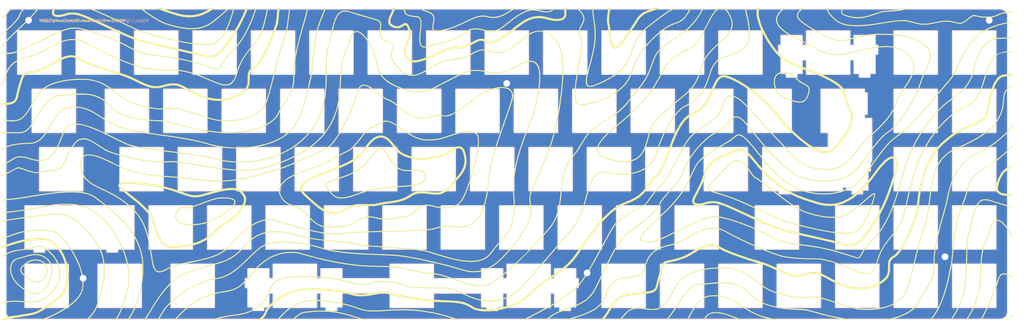
<source format=kicad_pcb>
(kicad_pcb (version 20171130) (host pcbnew "(5.1.10)-1")
  (layers (0 F.Cu signal) (31 B.Cu signal) (34 B.Paste user) (35 F.Paste user) (36 B.SilkS user) (37 F.SilkS user) (38 B.Mask user) (39 F.Mask user) (44 Edge.Cuts user))
  (net 0 "")
  (net 1 GND)
  (module Logo:topologylogoless (layer F.Cu) (at 224.89131 147.852)
    (fp_text reference G*** hide)
    (fp_text value LOGO hide)
  )
  (module MountingHole:MountingHole_2.2mm_M2_Pad (layer F.Cu) (at 251.125 183.475)
    (fp_text reference H5)
    (fp_text value MountingHole)
    (pad 1 thru_hole circle (at 0 0) (size 4.4 4.4) (drill 2.2) (layers *.Cu *.Mask) (net 1 GND))
  )
  (module MountingHole:MountingHole_2.2mm_M2_Pad (layer F.Cu) (at 224.9 121.6)
    (fp_text reference H4)
    (fp_text value MountingHole)
    (pad 1 thru_hole circle (at 0 0) (size 4.4 4.4) (drill 2.2) (layers *.Cu *.Mask) (net 1 GND))
  )
  (module MountingHole:MountingHole_2.2mm_M2_Pad (layer F.Cu) (at 367.8 178.2)
    (fp_text reference H3)
    (fp_text value MountingHole)
    (pad 1 thru_hole circle (at 0 0) (size 4.4 4.4) (drill 2.2) (layers *.Cu *.Mask) (net 1 GND))
  )
  (module MountingHole:MountingHole_2.2mm_M2_Pad (layer F.Cu) (at 86.8 185.22)
    (fp_text reference H2)
    (fp_text value MountingHole)
    (pad 1 thru_hole circle (at 0 0) (size 4.4 4.4) (drill 2.2) (layers *.Cu *.Mask) (net 1 GND))
  )
  (module MountingHole:MountingHole_2.2mm_M2_Pad (layer F.Cu) (at 69 101)
    (fp_text reference H1)
    (fp_text value MountingHole)
    (pad 1 thru_hole circle (at 0 0) (size 4.4 4.4) (drill 2.2) (layers *.Cu *.Mask) (net 1 GND))
  )
  (module MountingHole:MountingHole_2.2mm_M2_Pad (layer F.Cu) (at 382.2 101)
    (fp_text reference H0)
    (fp_text value MountingHole)
    (pad 1 thru_hole circle (at 0 0) (size 4.4 4.4) (drill 2.2) (layers *.Cu *.Mask) (net 1 GND))
  )
  (gr_line (start 65.51005 118.5012) (end 65.51005 104.5019) (layer Edge.Cuts) (width 0.1))
  (gr_line (start 79.5096 118.5012) (end 65.51005 118.5012) (layer Edge.Cuts) (width 0.1))
  (gr_line (start 79.5096 104.5019) (end 79.5096 118.5012) (layer Edge.Cuts) (width 0.1))
  (gr_line (start 65.51005 104.5019) (end 79.5096 104.5019) (layer Edge.Cuts) (width 0.1))
  (gr_line (start 84.5601 118.5012) (end 84.5601 104.5019) (layer Edge.Cuts) (width 0.1))
  (gr_line (start 98.5594 118.5012) (end 84.5601 118.5012) (layer Edge.Cuts) (width 0.1))
  (gr_line (start 98.5594 104.5019) (end 98.5594 118.5012) (layer Edge.Cuts) (width 0.1))
  (gr_line (start 84.5601 104.5019) (end 98.5594 104.5019) (layer Edge.Cuts) (width 0.1))
  (gr_line (start 103.6101 118.5012) (end 103.6101 104.5019) (layer Edge.Cuts) (width 0.1))
  (gr_line (start 117.6094 118.5012) (end 103.6101 118.5012) (layer Edge.Cuts) (width 0.1))
  (gr_line (start 117.6094 104.5019) (end 117.6094 118.5012) (layer Edge.Cuts) (width 0.1))
  (gr_line (start 103.6101 104.5019) (end 117.6094 104.5019) (layer Edge.Cuts) (width 0.1))
  (gr_line (start 122.6601 118.5012) (end 122.6601 104.5019) (layer Edge.Cuts) (width 0.1))
  (gr_line (start 136.6594 118.5012) (end 122.6601 118.5012) (layer Edge.Cuts) (width 0.1))
  (gr_line (start 136.6594 104.5019) (end 136.6594 118.5012) (layer Edge.Cuts) (width 0.1))
  (gr_line (start 122.6601 104.5019) (end 136.6594 104.5019) (layer Edge.Cuts) (width 0.1))
  (gr_line (start 141.7101 118.5012) (end 141.7101 104.5019) (layer Edge.Cuts) (width 0.1))
  (gr_line (start 155.7094 118.5012) (end 141.7101 118.5012) (layer Edge.Cuts) (width 0.1))
  (gr_line (start 155.7094 104.5019) (end 155.7094 118.5012) (layer Edge.Cuts) (width 0.1))
  (gr_line (start 141.7101 104.5019) (end 155.7094 104.5019) (layer Edge.Cuts) (width 0.1))
  (gr_line (start 160.7587 118.5012) (end 160.7587 104.5019) (layer Edge.Cuts) (width 0.1))
  (gr_line (start 174.7594 118.5012) (end 160.7587 118.5012) (layer Edge.Cuts) (width 0.1))
  (gr_line (start 174.7594 104.5019) (end 174.7594 118.5012) (layer Edge.Cuts) (width 0.1))
  (gr_line (start 160.7587 104.5019) (end 174.7594 104.5019) (layer Edge.Cuts) (width 0.1))
  (gr_line (start 179.8084 118.5012) (end 179.8084 104.5019) (layer Edge.Cuts) (width 0.1))
  (gr_line (start 193.8094 118.5012) (end 179.8084 118.5012) (layer Edge.Cuts) (width 0.1))
  (gr_line (start 193.8094 104.5019) (end 193.8094 118.5012) (layer Edge.Cuts) (width 0.1))
  (gr_line (start 179.8084 104.5019) (end 193.8094 104.5019) (layer Edge.Cuts) (width 0.1))
  (gr_line (start 198.8604 118.5012) (end 198.8604 104.5019) (layer Edge.Cuts) (width 0.1))
  (gr_line (start 212.8594 118.5012) (end 198.8604 118.5012) (layer Edge.Cuts) (width 0.1))
  (gr_line (start 212.8594 104.5019) (end 212.8594 118.5012) (layer Edge.Cuts) (width 0.1))
  (gr_line (start 198.8604 104.5019) (end 212.8594 104.5019) (layer Edge.Cuts) (width 0.1))
  (gr_line (start 217.9104 118.5012) (end 217.9104 104.5019) (layer Edge.Cuts) (width 0.1))
  (gr_line (start 231.9094 118.5012) (end 217.9104 118.5012) (layer Edge.Cuts) (width 0.1))
  (gr_line (start 231.9094 104.5019) (end 231.9094 118.5012) (layer Edge.Cuts) (width 0.1))
  (gr_line (start 217.9104 104.5019) (end 231.9094 104.5019) (layer Edge.Cuts) (width 0.1))
  (gr_line (start 236.9604 118.5012) (end 236.9604 104.5019) (layer Edge.Cuts) (width 0.1))
  (gr_line (start 250.9594 118.5012) (end 236.9604 118.5012) (layer Edge.Cuts) (width 0.1))
  (gr_line (start 250.9594 104.5019) (end 250.9594 118.5012) (layer Edge.Cuts) (width 0.1))
  (gr_line (start 236.9604 104.5019) (end 250.9594 104.5019) (layer Edge.Cuts) (width 0.1))
  (gr_line (start 256.0104 118.5012) (end 256.0104 104.5019) (layer Edge.Cuts) (width 0.1))
  (gr_line (start 270.0094 118.5012) (end 256.0104 118.5012) (layer Edge.Cuts) (width 0.1))
  (gr_line (start 270.0094 104.5019) (end 270.0094 118.5012) (layer Edge.Cuts) (width 0.1))
  (gr_line (start 256.0104 104.5019) (end 270.0094 104.5019) (layer Edge.Cuts) (width 0.1))
  (gr_line (start 275.0604 118.5012) (end 275.0604 104.5019) (layer Edge.Cuts) (width 0.1))
  (gr_line (start 289.0594 118.5012) (end 275.0604 118.5012) (layer Edge.Cuts) (width 0.1))
  (gr_line (start 289.0594 104.5019) (end 289.0594 118.5012) (layer Edge.Cuts) (width 0.1))
  (gr_line (start 275.0604 104.5019) (end 289.0594 104.5019) (layer Edge.Cuts) (width 0.1))
  (gr_line (start 294.1104 118.5012) (end 294.1104 104.5019) (layer Edge.Cuts) (width 0.1))
  (gr_line (start 308.1094 118.5012) (end 294.1104 118.5012) (layer Edge.Cuts) (width 0.1))
  (gr_line (start 308.1094 104.5019) (end 308.1094 118.5012) (layer Edge.Cuts) (width 0.1))
  (gr_line (start 294.1104 104.5019) (end 308.1094 104.5019) (layer Edge.Cuts) (width 0.1))
  (gr_line (start 351.2604 118.5012) (end 351.2604 104.5019) (layer Edge.Cuts) (width 0.1))
  (gr_line (start 365.2594 118.5012) (end 351.2604 118.5012) (layer Edge.Cuts) (width 0.1))
  (gr_line (start 365.2594 104.5019) (end 365.2594 118.5012) (layer Edge.Cuts) (width 0.1))
  (gr_line (start 351.2604 104.5019) (end 365.2594 104.5019) (layer Edge.Cuts) (width 0.1))
  (gr_line (start 370.3104 118.5012) (end 370.3104 104.5019) (layer Edge.Cuts) (width 0.1))
  (gr_line (start 384.3094 118.5012) (end 370.3104 118.5012) (layer Edge.Cuts) (width 0.1))
  (gr_line (start 384.3094 104.5019) (end 384.3094 118.5012) (layer Edge.Cuts) (width 0.1))
  (gr_line (start 370.3104 104.5019) (end 384.3094 104.5019) (layer Edge.Cuts) (width 0.1))
  (gr_line (start 336.6844 104.5019) (end 322.6854 104.5019) (layer Edge.Cuts) (width 0.1))
  (gr_line (start 336.6844 109.2024) (end 336.6844 104.5019) (layer Edge.Cuts) (width 0.1))
  (gr_line (start 338.2104 109.2024) (end 336.6844 109.2024) (layer Edge.Cuts) (width 0.1))
  (gr_line (start 338.2104 105.9723) (end 338.2104 109.2024) (layer Edge.Cuts) (width 0.1))
  (gr_line (start 344.9594 105.9723) (end 338.2104 105.9723) (layer Edge.Cuts) (width 0.1))
  (gr_line (start 344.9594 109.2024) (end 344.9594 105.9723) (layer Edge.Cuts) (width 0.1))
  (gr_line (start 345.7854 109.2024) (end 344.9594 109.2024) (layer Edge.Cuts) (width 0.1))
  (gr_line (start 345.7854 112.0013) (end 345.7854 109.2024) (layer Edge.Cuts) (width 0.1))
  (gr_line (start 344.9594 112.0013) (end 345.7854 112.0013) (layer Edge.Cuts) (width 0.1))
  (gr_line (start 344.9594 118.2712) (end 344.9594 112.0013) (layer Edge.Cuts) (width 0.1))
  (gr_line (start 343.2344 118.2712) (end 344.9594 118.2712) (layer Edge.Cuts) (width 0.1))
  (gr_line (start 343.2344 119.4714) (end 343.2344 118.2712) (layer Edge.Cuts) (width 0.1))
  (gr_line (start 339.9354 119.4714) (end 343.2344 119.4714) (layer Edge.Cuts) (width 0.1))
  (gr_line (start 339.9354 118.2712) (end 339.9354 119.4714) (layer Edge.Cuts) (width 0.1))
  (gr_line (start 338.2104 118.2712) (end 339.9354 118.2712) (layer Edge.Cuts) (width 0.1))
  (gr_line (start 338.2104 113.8022) (end 338.2104 118.2712) (layer Edge.Cuts) (width 0.1))
  (gr_line (start 336.6844 113.8022) (end 338.2104 113.8022) (layer Edge.Cuts) (width 0.1))
  (gr_line (start 336.6844 118.5012) (end 336.6844 113.8022) (layer Edge.Cuts) (width 0.1))
  (gr_line (start 322.6854 118.5012) (end 336.6844 118.5012) (layer Edge.Cuts) (width 0.1))
  (gr_line (start 322.6854 113.8022) (end 322.6854 118.5012) (layer Edge.Cuts) (width 0.1))
  (gr_line (start 321.1594 113.8022) (end 322.6854 113.8022) (layer Edge.Cuts) (width 0.1))
  (gr_line (start 321.1594 118.2712) (end 321.1594 113.8022) (layer Edge.Cuts) (width 0.1))
  (gr_line (start 319.434399 118.2712) (end 321.1594 118.2712) (layer Edge.Cuts) (width 0.1))
  (gr_line (start 319.434399 119.4714) (end 319.434399 118.2712) (layer Edge.Cuts) (width 0.1))
  (gr_line (start 316.1334 119.4714) (end 319.434399 119.4714) (layer Edge.Cuts) (width 0.1))
  (gr_line (start 316.1334 118.2712) (end 316.1334 119.4714) (layer Edge.Cuts) (width 0.1))
  (gr_line (start 314.4104 118.2712) (end 316.1334 118.2712) (layer Edge.Cuts) (width 0.1))
  (gr_line (start 314.4104 112.0013) (end 314.4104 118.2712) (layer Edge.Cuts) (width 0.1))
  (gr_line (start 313.5844 112.0013) (end 314.4104 112.0013) (layer Edge.Cuts) (width 0.1))
  (gr_line (start 313.5844 109.2024) (end 313.5844 112.0013) (layer Edge.Cuts) (width 0.1))
  (gr_line (start 314.4104 109.2024) (end 313.5844 109.2024) (layer Edge.Cuts) (width 0.1))
  (gr_line (start 314.4104 105.9723) (end 314.4104 109.2024) (layer Edge.Cuts) (width 0.1))
  (gr_line (start 321.1594 105.9723) (end 314.4104 105.9723) (layer Edge.Cuts) (width 0.1))
  (gr_line (start 321.1594 109.2024) (end 321.1594 105.9723) (layer Edge.Cuts) (width 0.1))
  (gr_line (start 322.6854 109.2024) (end 321.1594 109.2024) (layer Edge.Cuts) (width 0.1))
  (gr_line (start 322.6854 104.5019) (end 322.6854 109.2024) (layer Edge.Cuts) (width 0.1))
  (gr_line (start 70.27256 137.5512) (end 70.27256 123.5519) (layer Edge.Cuts) (width 0.1))
  (gr_line (start 84.2721 137.5512) (end 70.27256 137.5512) (layer Edge.Cuts) (width 0.1))
  (gr_line (start 84.2721 123.5519) (end 84.2721 137.5512) (layer Edge.Cuts) (width 0.1))
  (gr_line (start 70.27256 123.5519) (end 84.2721 123.5519) (layer Edge.Cuts) (width 0.1))
  (gr_line (start 94.0851 137.5512) (end 94.0851 123.5519) (layer Edge.Cuts) (width 0.1))
  (gr_line (start 108.0844 137.5512) (end 94.0851 137.5512) (layer Edge.Cuts) (width 0.1))
  (gr_line (start 108.0844 123.5519) (end 108.0844 137.5512) (layer Edge.Cuts) (width 0.1))
  (gr_line (start 94.0851 123.5519) (end 108.0844 123.5519) (layer Edge.Cuts) (width 0.1))
  (gr_line (start 113.1351 137.5512) (end 113.1351 123.5519) (layer Edge.Cuts) (width 0.1))
  (gr_line (start 127.1344 137.5512) (end 113.1351 137.5512) (layer Edge.Cuts) (width 0.1))
  (gr_line (start 127.1344 123.5519) (end 127.1344 137.5512) (layer Edge.Cuts) (width 0.1))
  (gr_line (start 113.1351 123.5519) (end 127.1344 123.5519) (layer Edge.Cuts) (width 0.1))
  (gr_line (start 132.1851 137.5512) (end 132.1851 123.5519) (layer Edge.Cuts) (width 0.1))
  (gr_line (start 146.1844 137.5512) (end 132.1851 137.5512) (layer Edge.Cuts) (width 0.1))
  (gr_line (start 146.1844 123.5519) (end 146.1844 137.5512) (layer Edge.Cuts) (width 0.1))
  (gr_line (start 132.1851 123.5519) (end 146.1844 123.5519) (layer Edge.Cuts) (width 0.1))
  (gr_line (start 151.2351 137.5512) (end 151.2351 123.5519) (layer Edge.Cuts) (width 0.1))
  (gr_line (start 165.2344 137.5512) (end 151.2351 137.5512) (layer Edge.Cuts) (width 0.1))
  (gr_line (start 165.2344 123.5519) (end 165.2344 137.5512) (layer Edge.Cuts) (width 0.1))
  (gr_line (start 151.2351 123.5519) (end 165.2344 123.5519) (layer Edge.Cuts) (width 0.1))
  (gr_line (start 170.2854 137.5512) (end 170.2854 123.5519) (layer Edge.Cuts) (width 0.1))
  (gr_line (start 184.2844 137.5512) (end 170.2854 137.5512) (layer Edge.Cuts) (width 0.1))
  (gr_line (start 184.2844 123.5519) (end 184.2844 137.5512) (layer Edge.Cuts) (width 0.1))
  (gr_line (start 170.2854 123.5519) (end 184.2844 123.5519) (layer Edge.Cuts) (width 0.1))
  (gr_line (start 189.3354 137.5512) (end 189.3354 123.5519) (layer Edge.Cuts) (width 0.1))
  (gr_line (start 203.3344 137.5512) (end 189.3354 137.5512) (layer Edge.Cuts) (width 0.1))
  (gr_line (start 203.3344 123.5519) (end 203.3344 137.5512) (layer Edge.Cuts) (width 0.1))
  (gr_line (start 189.3354 123.5519) (end 203.3344 123.5519) (layer Edge.Cuts) (width 0.1))
  (gr_line (start 208.3854 137.5512) (end 208.3854 123.5519) (layer Edge.Cuts) (width 0.1))
  (gr_line (start 222.3844 137.5512) (end 208.3854 137.5512) (layer Edge.Cuts) (width 0.1))
  (gr_line (start 222.3844 123.5519) (end 222.3844 137.5512) (layer Edge.Cuts) (width 0.1))
  (gr_line (start 208.3854 123.5519) (end 222.3844 123.5519) (layer Edge.Cuts) (width 0.1))
  (gr_line (start 227.4354 137.5512) (end 227.4354 123.5519) (layer Edge.Cuts) (width 0.1))
  (gr_line (start 241.4344 137.5512) (end 227.4354 137.5512) (layer Edge.Cuts) (width 0.1))
  (gr_line (start 241.4344 123.5519) (end 241.4344 137.5512) (layer Edge.Cuts) (width 0.1))
  (gr_line (start 227.4354 123.5519) (end 241.4344 123.5519) (layer Edge.Cuts) (width 0.1))
  (gr_line (start 246.4854 137.5512) (end 246.4854 123.5519) (layer Edge.Cuts) (width 0.1))
  (gr_line (start 260.4844 137.5512) (end 246.4854 137.5512) (layer Edge.Cuts) (width 0.1))
  (gr_line (start 260.4844 123.5519) (end 260.4844 137.5512) (layer Edge.Cuts) (width 0.1))
  (gr_line (start 246.4854 123.5519) (end 260.4844 123.5519) (layer Edge.Cuts) (width 0.1))
  (gr_line (start 265.5354 137.5512) (end 265.5354 123.5519) (layer Edge.Cuts) (width 0.1))
  (gr_line (start 279.5344 137.5512) (end 265.5354 137.5512) (layer Edge.Cuts) (width 0.1))
  (gr_line (start 279.5344 123.5519) (end 279.5344 137.5512) (layer Edge.Cuts) (width 0.1))
  (gr_line (start 265.5354 123.5519) (end 279.5344 123.5519) (layer Edge.Cuts) (width 0.1))
  (gr_line (start 284.5854 137.5512) (end 284.5854 123.5519) (layer Edge.Cuts) (width 0.1))
  (gr_line (start 298.5844 137.5512) (end 284.5854 137.5512) (layer Edge.Cuts) (width 0.1))
  (gr_line (start 298.5844 123.5519) (end 298.5844 137.5512) (layer Edge.Cuts) (width 0.1))
  (gr_line (start 284.5854 123.5519) (end 298.5844 123.5519) (layer Edge.Cuts) (width 0.1))
  (gr_line (start 303.6354 137.5512) (end 303.6354 123.5519) (layer Edge.Cuts) (width 0.1))
  (gr_line (start 317.6344 137.5512) (end 303.6354 137.5512) (layer Edge.Cuts) (width 0.1))
  (gr_line (start 317.6344 123.5519) (end 317.6344 137.5512) (layer Edge.Cuts) (width 0.1))
  (gr_line (start 303.6354 123.5519) (end 317.6344 123.5519) (layer Edge.Cuts) (width 0.1))
  (gr_line (start 351.2604 137.5512) (end 351.2604 123.5519) (layer Edge.Cuts) (width 0.1))
  (gr_line (start 365.2594 137.5512) (end 351.2604 137.5512) (layer Edge.Cuts) (width 0.1))
  (gr_line (start 365.2594 123.5519) (end 365.2594 137.5512) (layer Edge.Cuts) (width 0.1))
  (gr_line (start 351.2604 123.5519) (end 365.2594 123.5519) (layer Edge.Cuts) (width 0.1))
  (gr_line (start 370.3104 137.5512) (end 370.3104 123.5519) (layer Edge.Cuts) (width 0.1))
  (gr_line (start 384.3094 137.5512) (end 370.3104 137.5512) (layer Edge.Cuts) (width 0.1))
  (gr_line (start 384.3094 123.5519) (end 384.3094 137.5512) (layer Edge.Cuts) (width 0.1))
  (gr_line (start 370.3104 123.5519) (end 384.3094 123.5519) (layer Edge.Cuts) (width 0.1))
  (gr_line (start 72.65243 156.6012) (end 72.65243 142.6019) (layer Edge.Cuts) (width 0.1))
  (gr_line (start 86.6533 156.6012) (end 72.65243 156.6012) (layer Edge.Cuts) (width 0.1))
  (gr_line (start 86.6533 142.6019) (end 86.6533 156.6012) (layer Edge.Cuts) (width 0.1))
  (gr_line (start 72.65243 142.6019) (end 86.6533 142.6019) (layer Edge.Cuts) (width 0.1))
  (gr_line (start 98.8476 156.6012) (end 98.8476 142.6019) (layer Edge.Cuts) (width 0.1))
  (gr_line (start 112.8469 156.6012) (end 98.8476 156.6012) (layer Edge.Cuts) (width 0.1))
  (gr_line (start 112.8469 142.6019) (end 112.8469 156.6012) (layer Edge.Cuts) (width 0.1))
  (gr_line (start 98.8476 142.6019) (end 112.8469 142.6019) (layer Edge.Cuts) (width 0.1))
  (gr_line (start 117.8976 156.6012) (end 117.8976 142.6019) (layer Edge.Cuts) (width 0.1))
  (gr_line (start 131.8969 156.6012) (end 117.8976 156.6012) (layer Edge.Cuts) (width 0.1))
  (gr_line (start 131.8969 142.6019) (end 131.8969 156.6012) (layer Edge.Cuts) (width 0.1))
  (gr_line (start 117.8976 142.6019) (end 131.8969 142.6019) (layer Edge.Cuts) (width 0.1))
  (gr_line (start 136.9476 156.6012) (end 136.9476 142.6019) (layer Edge.Cuts) (width 0.1))
  (gr_line (start 150.9469 156.6012) (end 136.9476 156.6012) (layer Edge.Cuts) (width 0.1))
  (gr_line (start 150.9469 142.6019) (end 150.9469 156.6012) (layer Edge.Cuts) (width 0.1))
  (gr_line (start 136.9476 142.6019) (end 150.9469 142.6019) (layer Edge.Cuts) (width 0.1))
  (gr_line (start 155.9976 156.6012) (end 155.9976 142.6019) (layer Edge.Cuts) (width 0.1))
  (gr_line (start 169.9974 156.6012) (end 155.9976 156.6012) (layer Edge.Cuts) (width 0.1))
  (gr_line (start 169.9974 142.6019) (end 169.9974 156.6012) (layer Edge.Cuts) (width 0.1))
  (gr_line (start 155.9976 142.6019) (end 169.9974 142.6019) (layer Edge.Cuts) (width 0.1))
  (gr_line (start 175.0474 156.6012) (end 175.0474 142.6019) (layer Edge.Cuts) (width 0.1))
  (gr_line (start 189.0474 156.6012) (end 175.0474 156.6012) (layer Edge.Cuts) (width 0.1))
  (gr_line (start 189.0474 142.6019) (end 189.0474 156.6012) (layer Edge.Cuts) (width 0.1))
  (gr_line (start 175.0474 142.6019) (end 189.0474 142.6019) (layer Edge.Cuts) (width 0.1))
  (gr_line (start 194.0974 156.6012) (end 194.0974 142.6019) (layer Edge.Cuts) (width 0.1))
  (gr_line (start 208.0974 156.6012) (end 194.0974 156.6012) (layer Edge.Cuts) (width 0.1))
  (gr_line (start 208.0974 142.6019) (end 208.0974 156.6012) (layer Edge.Cuts) (width 0.1))
  (gr_line (start 194.0974 142.6019) (end 208.0974 142.6019) (layer Edge.Cuts) (width 0.1))
  (gr_line (start 213.1474 156.6012) (end 213.1474 142.6019) (layer Edge.Cuts) (width 0.1))
  (gr_line (start 227.1474 156.6012) (end 213.1474 156.6012) (layer Edge.Cuts) (width 0.1))
  (gr_line (start 227.1474 142.6019) (end 227.1474 156.6012) (layer Edge.Cuts) (width 0.1))
  (gr_line (start 213.1474 142.6019) (end 227.1474 142.6019) (layer Edge.Cuts) (width 0.1))
  (gr_line (start 232.1974 156.6012) (end 232.1974 142.6019) (layer Edge.Cuts) (width 0.1))
  (gr_line (start 246.1974 156.6012) (end 232.1974 156.6012) (layer Edge.Cuts) (width 0.1))
  (gr_line (start 246.1974 142.6019) (end 246.1974 156.6012) (layer Edge.Cuts) (width 0.1))
  (gr_line (start 232.1974 142.6019) (end 246.1974 142.6019) (layer Edge.Cuts) (width 0.1))
  (gr_line (start 251.2474 156.6012) (end 251.2474 142.6019) (layer Edge.Cuts) (width 0.1))
  (gr_line (start 265.2474 156.6012) (end 251.2474 156.6012) (layer Edge.Cuts) (width 0.1))
  (gr_line (start 265.2474 142.6019) (end 265.2474 156.6012) (layer Edge.Cuts) (width 0.1))
  (gr_line (start 251.2474 142.6019) (end 265.2474 142.6019) (layer Edge.Cuts) (width 0.1))
  (gr_line (start 270.2974 156.6012) (end 270.2974 142.6019) (layer Edge.Cuts) (width 0.1))
  (gr_line (start 284.2974 156.6012) (end 270.2974 156.6012) (layer Edge.Cuts) (width 0.1))
  (gr_line (start 284.2974 142.6019) (end 284.2974 156.6012) (layer Edge.Cuts) (width 0.1))
  (gr_line (start 270.2974 142.6019) (end 284.2974 142.6019) (layer Edge.Cuts) (width 0.1))
  (gr_line (start 289.3474 156.6012) (end 289.3474 142.6019) (layer Edge.Cuts) (width 0.1))
  (gr_line (start 303.3474 156.6012) (end 289.3474 156.6012) (layer Edge.Cuts) (width 0.1))
  (gr_line (start 303.3474 142.6019) (end 303.3474 156.6012) (layer Edge.Cuts) (width 0.1))
  (gr_line (start 289.3474 142.6019) (end 303.3474 142.6019) (layer Edge.Cuts) (width 0.1))
  (gr_line (start 351.2604 156.6012) (end 351.2604 142.6019) (layer Edge.Cuts) (width 0.1))
  (gr_line (start 365.2594 156.6012) (end 351.2604 156.6012) (layer Edge.Cuts) (width 0.1))
  (gr_line (start 365.2594 142.6019) (end 365.2594 156.6012) (layer Edge.Cuts) (width 0.1))
  (gr_line (start 351.2604 142.6019) (end 365.2594 142.6019) (layer Edge.Cuts) (width 0.1))
  (gr_line (start 370.3104 156.6012) (end 370.3104 142.6019) (layer Edge.Cuts) (width 0.1))
  (gr_line (start 384.3094 156.6012) (end 370.3104 156.6012) (layer Edge.Cuts) (width 0.1))
  (gr_line (start 384.3094 142.6019) (end 384.3094 156.6012) (layer Edge.Cuts) (width 0.1))
  (gr_line (start 370.3104 142.6019) (end 384.3094 142.6019) (layer Edge.Cuts) (width 0.1))
  (gr_line (start 341.4474 123.5519) (end 327.4474 123.5519) (layer Edge.Cuts) (width 0.1))
  (gr_line (start 341.4474 124.8018) (end 341.4474 123.5519) (layer Edge.Cuts) (width 0.1))
  (gr_line (start 342.3574 124.8018) (end 341.4474 124.8018) (layer Edge.Cuts) (width 0.1))
  (gr_line (start 342.3574 131.551501) (end 342.3574 124.8018) (layer Edge.Cuts) (width 0.1))
  (gr_line (start 341.4474 131.551501) (end 342.3574 131.551501) (layer Edge.Cuts) (width 0.1))
  (gr_line (start 341.4474 133.0769) (end 341.4474 131.551501) (layer Edge.Cuts) (width 0.1))
  (gr_line (start 343.8284 133.0769) (end 341.4474 133.0769) (layer Edge.Cuts) (width 0.1))
  (gr_line (start 343.8284 147.0762) (end 343.8284 133.0769) (layer Edge.Cuts) (width 0.1))
  (gr_line (start 342.5784 147.0762) (end 343.8284 147.0762) (layer Edge.Cuts) (width 0.1))
  (gr_line (start 342.5784 147.3024) (end 342.5784 147.0762) (layer Edge.Cuts) (width 0.1))
  (gr_line (start 343.4024 147.3024) (end 342.5784 147.3024) (layer Edge.Cuts) (width 0.1))
  (gr_line (start 343.4024 150.1013) (end 343.4024 147.3024) (layer Edge.Cuts) (width 0.1))
  (gr_line (start 342.5784 150.1013) (end 343.4024 150.1013) (layer Edge.Cuts) (width 0.1))
  (gr_line (start 342.5784 156.3712) (end 342.5784 150.1013) (layer Edge.Cuts) (width 0.1))
  (gr_line (start 340.8534 156.3712) (end 342.5784 156.3712) (layer Edge.Cuts) (width 0.1))
  (gr_line (start 340.8534 157.5714) (end 340.8534 156.3712) (layer Edge.Cuts) (width 0.1))
  (gr_line (start 337.5524 157.5714) (end 340.8534 157.5714) (layer Edge.Cuts) (width 0.1))
  (gr_line (start 337.5524 156.3712) (end 337.5524 157.5714) (layer Edge.Cuts) (width 0.1))
  (gr_line (start 335.8274 156.3712) (end 337.5524 156.3712) (layer Edge.Cuts) (width 0.1))
  (gr_line (start 335.8274 155.3513) (end 335.8274 156.3712) (layer Edge.Cuts) (width 0.1))
  (gr_line (start 334.3034 155.3513) (end 335.8274 155.3513) (layer Edge.Cuts) (width 0.1))
  (gr_line (start 334.3034 156.6012) (end 334.3034 155.3513) (layer Edge.Cuts) (width 0.1))
  (gr_line (start 317.0514 156.6012) (end 334.3034 156.6012) (layer Edge.Cuts) (width 0.1))
  (gr_line (start 317.0514 157.5714) (end 317.0514 156.6012) (layer Edge.Cuts) (width 0.1))
  (gr_line (start 313.7524 157.5714) (end 317.0514 157.5714) (layer Edge.Cuts) (width 0.1))
  (gr_line (start 313.7524 156.6012) (end 313.7524 157.5714) (layer Edge.Cuts) (width 0.1))
  (gr_line (start 308.3974 156.6012) (end 313.7524 156.6012) (layer Edge.Cuts) (width 0.1))
  (gr_line (start 308.3974 142.6019) (end 308.3974 156.6012) (layer Edge.Cuts) (width 0.1))
  (gr_line (start 329.8274 142.6019) (end 308.3974 142.6019) (layer Edge.Cuts) (width 0.1))
  (gr_line (start 329.8274 137.5512) (end 329.8274 142.6019) (layer Edge.Cuts) (width 0.1))
  (gr_line (start 327.4474 137.5512) (end 329.8274 137.5512) (layer Edge.Cuts) (width 0.1))
  (gr_line (start 327.4474 123.5519) (end 327.4474 137.5512) (layer Edge.Cuts) (width 0.1))
  (gr_line (start 108.3726 175.6514) (end 108.3726 161.652) (layer Edge.Cuts) (width 0.1))
  (gr_line (start 122.3719 175.6514) (end 108.3726 175.6514) (layer Edge.Cuts) (width 0.1))
  (gr_line (start 122.3719 161.652) (end 122.3719 175.6514) (layer Edge.Cuts) (width 0.1))
  (gr_line (start 108.3726 161.652) (end 122.3719 161.652) (layer Edge.Cuts) (width 0.1))
  (gr_line (start 127.4226 175.6514) (end 127.4226 161.652) (layer Edge.Cuts) (width 0.1))
  (gr_line (start 141.4219 175.6514) (end 127.4226 175.6514) (layer Edge.Cuts) (width 0.1))
  (gr_line (start 141.4219 161.652) (end 141.4219 175.6514) (layer Edge.Cuts) (width 0.1))
  (gr_line (start 127.4226 161.652) (end 141.4219 161.652) (layer Edge.Cuts) (width 0.1))
  (gr_line (start 146.4726 175.6514) (end 146.4726 161.652) (layer Edge.Cuts) (width 0.1))
  (gr_line (start 160.4719 175.6514) (end 146.4726 175.6514) (layer Edge.Cuts) (width 0.1))
  (gr_line (start 160.4719 161.652) (end 160.4719 175.6514) (layer Edge.Cuts) (width 0.1))
  (gr_line (start 146.4726 161.652) (end 160.4719 161.652) (layer Edge.Cuts) (width 0.1))
  (gr_line (start 165.5224 175.6514) (end 165.5224 161.652) (layer Edge.Cuts) (width 0.1))
  (gr_line (start 179.5224 175.6514) (end 165.5224 175.6514) (layer Edge.Cuts) (width 0.1))
  (gr_line (start 179.5224 161.652) (end 179.5224 175.6514) (layer Edge.Cuts) (width 0.1))
  (gr_line (start 165.5224 161.652) (end 179.5224 161.652) (layer Edge.Cuts) (width 0.1))
  (gr_line (start 184.5724 175.6514) (end 184.5724 161.652) (layer Edge.Cuts) (width 0.1))
  (gr_line (start 198.5724 175.6514) (end 184.5724 175.6514) (layer Edge.Cuts) (width 0.1))
  (gr_line (start 198.5724 161.652) (end 198.5724 175.6514) (layer Edge.Cuts) (width 0.1))
  (gr_line (start 184.5724 161.652) (end 198.5724 161.652) (layer Edge.Cuts) (width 0.1))
  (gr_line (start 203.6224 175.6514) (end 203.6224 161.652) (layer Edge.Cuts) (width 0.1))
  (gr_line (start 217.6224 175.6514) (end 203.6224 175.6514) (layer Edge.Cuts) (width 0.1))
  (gr_line (start 217.6224 161.652) (end 217.6224 175.6514) (layer Edge.Cuts) (width 0.1))
  (gr_line (start 203.6224 161.652) (end 217.6224 161.652) (layer Edge.Cuts) (width 0.1))
  (gr_line (start 222.6724 175.6514) (end 222.6724 161.652) (layer Edge.Cuts) (width 0.1))
  (gr_line (start 236.6724 175.6514) (end 222.6724 175.6514) (layer Edge.Cuts) (width 0.1))
  (gr_line (start 236.6724 161.652) (end 236.6724 175.6514) (layer Edge.Cuts) (width 0.1))
  (gr_line (start 222.6724 161.652) (end 236.6724 161.652) (layer Edge.Cuts) (width 0.1))
  (gr_line (start 241.7224 175.6514) (end 241.7224 161.652) (layer Edge.Cuts) (width 0.1))
  (gr_line (start 255.7224 175.6514) (end 241.7224 175.6514) (layer Edge.Cuts) (width 0.1))
  (gr_line (start 255.7224 161.652) (end 255.7224 175.6514) (layer Edge.Cuts) (width 0.1))
  (gr_line (start 241.7224 161.652) (end 255.7224 161.652) (layer Edge.Cuts) (width 0.1))
  (gr_line (start 260.7724 175.6514) (end 260.7724 161.652) (layer Edge.Cuts) (width 0.1))
  (gr_line (start 274.7724 175.6514) (end 260.7724 175.6514) (layer Edge.Cuts) (width 0.1))
  (gr_line (start 274.7724 161.652) (end 274.7724 175.6514) (layer Edge.Cuts) (width 0.1))
  (gr_line (start 260.7724 161.652) (end 274.7724 161.652) (layer Edge.Cuts) (width 0.1))
  (gr_line (start 279.8224 175.6514) (end 279.8224 161.652) (layer Edge.Cuts) (width 0.1))
  (gr_line (start 293.8224 175.6514) (end 279.8224 175.6514) (layer Edge.Cuts) (width 0.1))
  (gr_line (start 293.8224 161.652) (end 293.8224 175.6514) (layer Edge.Cuts) (width 0.1))
  (gr_line (start 279.8224 161.652) (end 293.8224 161.652) (layer Edge.Cuts) (width 0.1))
  (gr_line (start 306.0164 175.6514) (end 306.0164 161.652) (layer Edge.Cuts) (width 0.1))
  (gr_line (start 320.0154 175.6514) (end 306.0164 175.6514) (layer Edge.Cuts) (width 0.1))
  (gr_line (start 320.0154 161.652) (end 320.0154 175.6514) (layer Edge.Cuts) (width 0.1))
  (gr_line (start 306.0164 161.652) (end 320.0154 161.652) (layer Edge.Cuts) (width 0.1))
  (gr_line (start 332.2104 175.6514) (end 332.2104 161.652) (layer Edge.Cuts) (width 0.1))
  (gr_line (start 346.2094 175.6514) (end 332.2104 175.6514) (layer Edge.Cuts) (width 0.1))
  (gr_line (start 346.2094 161.652) (end 346.2094 175.6514) (layer Edge.Cuts) (width 0.1))
  (gr_line (start 332.2104 161.652) (end 346.2094 161.652) (layer Edge.Cuts) (width 0.1))
  (gr_line (start 351.2604 175.6514) (end 351.2604 161.652) (layer Edge.Cuts) (width 0.1))
  (gr_line (start 365.2594 175.6514) (end 351.2604 175.6514) (layer Edge.Cuts) (width 0.1))
  (gr_line (start 365.2594 161.652) (end 365.2594 175.6514) (layer Edge.Cuts) (width 0.1))
  (gr_line (start 351.2604 161.652) (end 365.2594 161.652) (layer Edge.Cuts) (width 0.1))
  (gr_line (start 370.3104 175.6514) (end 370.3104 161.652) (layer Edge.Cuts) (width 0.1))
  (gr_line (start 384.3094 175.6514) (end 370.3104 175.6514) (layer Edge.Cuts) (width 0.1))
  (gr_line (start 384.3094 161.652) (end 384.3094 175.6514) (layer Edge.Cuts) (width 0.1))
  (gr_line (start 370.3104 161.652) (end 384.3094 161.652) (layer Edge.Cuts) (width 0.1))
  (gr_line (start 103.3219 161.652) (end 67.89131 161.652) (layer Edge.Cuts) (width 0.1))
  (gr_line (start 103.3219 175.6514) (end 103.3219 161.652) (layer Edge.Cuts) (width 0.1))
  (gr_line (start 97.9656 175.6514) (end 103.3219 175.6514) (layer Edge.Cuts) (width 0.1))
  (gr_line (start 97.9656 176.6215) (end 97.9656 175.6514) (layer Edge.Cuts) (width 0.1))
  (gr_line (start 94.6652 176.6215) (end 97.9656 176.6215) (layer Edge.Cuts) (width 0.1))
  (gr_line (start 94.6652 175.6514) (end 94.6652 176.6215) (layer Edge.Cuts) (width 0.1))
  (gr_line (start 74.1655 175.6514) (end 94.6652 175.6514) (layer Edge.Cuts) (width 0.1))
  (gr_line (start 74.1655 176.6215) (end 74.1655 175.6514) (layer Edge.Cuts) (width 0.1))
  (gr_line (start 70.86649 176.6215) (end 74.1655 176.6215) (layer Edge.Cuts) (width 0.1))
  (gr_line (start 70.86649 175.6514) (end 70.86649 176.6215) (layer Edge.Cuts) (width 0.1))
  (gr_line (start 67.89131 175.6514) (end 70.86649 175.6514) (layer Edge.Cuts) (width 0.1))
  (gr_line (start 67.89131 161.652) (end 67.89131 175.6514) (layer Edge.Cuts) (width 0.1))
  (gr_line (start 67.89131 194.70136) (end 67.89131 180.7019) (layer Edge.Cuts) (width 0.1))
  (gr_line (start 81.8908 194.70136) (end 67.89131 194.70136) (layer Edge.Cuts) (width 0.1))
  (gr_line (start 81.8908 180.7019) (end 81.8908 194.70136) (layer Edge.Cuts) (width 0.1))
  (gr_line (start 67.89131 180.7019) (end 81.8908 180.7019) (layer Edge.Cuts) (width 0.1))
  (gr_line (start 91.7024 194.70136) (end 91.7024 180.7019) (layer Edge.Cuts) (width 0.1))
  (gr_line (start 105.7032 194.70136) (end 91.7024 194.70136) (layer Edge.Cuts) (width 0.1))
  (gr_line (start 105.7032 180.7019) (end 105.7032 194.70136) (layer Edge.Cuts) (width 0.1))
  (gr_line (start 91.7024 180.7019) (end 105.7032 180.7019) (layer Edge.Cuts) (width 0.1))
  (gr_line (start 115.5164 194.70136) (end 115.5164 180.7019) (layer Edge.Cuts) (width 0.1))
  (gr_line (start 129.515699 194.70136) (end 115.5164 194.70136) (layer Edge.Cuts) (width 0.1))
  (gr_line (start 129.515699 180.7019) (end 129.515699 194.70136) (layer Edge.Cuts) (width 0.1))
  (gr_line (start 115.5164 180.7019) (end 129.515699 180.7019) (layer Edge.Cuts) (width 0.1))
  (gr_line (start 256.0104 194.70136) (end 256.0104 180.7019) (layer Edge.Cuts) (width 0.1))
  (gr_line (start 270.0094 194.70136) (end 256.0104 194.70136) (layer Edge.Cuts) (width 0.1))
  (gr_line (start 270.0094 180.7019) (end 270.0094 194.70136) (layer Edge.Cuts) (width 0.1))
  (gr_line (start 256.0104 180.7019) (end 270.0094 180.7019) (layer Edge.Cuts) (width 0.1))
  (gr_line (start 275.0604 194.70136) (end 275.0604 180.7019) (layer Edge.Cuts) (width 0.1))
  (gr_line (start 289.0594 194.70136) (end 275.0604 194.70136) (layer Edge.Cuts) (width 0.1))
  (gr_line (start 289.0594 180.7019) (end 289.0594 194.70136) (layer Edge.Cuts) (width 0.1))
  (gr_line (start 275.0604 180.7019) (end 289.0594 180.7019) (layer Edge.Cuts) (width 0.1))
  (gr_line (start 294.1104 194.70136) (end 294.1104 180.7019) (layer Edge.Cuts) (width 0.1))
  (gr_line (start 308.1094 194.70136) (end 294.1104 194.70136) (layer Edge.Cuts) (width 0.1))
  (gr_line (start 308.1094 180.7019) (end 308.1094 194.70136) (layer Edge.Cuts) (width 0.1))
  (gr_line (start 294.1104 180.7019) (end 308.1094 180.7019) (layer Edge.Cuts) (width 0.1))
  (gr_line (start 313.1604 194.70136) (end 313.1604 180.7019) (layer Edge.Cuts) (width 0.1))
  (gr_line (start 327.1594 194.70136) (end 313.1604 194.70136) (layer Edge.Cuts) (width 0.1))
  (gr_line (start 327.1594 180.7019) (end 327.1594 194.70136) (layer Edge.Cuts) (width 0.1))
  (gr_line (start 313.1604 180.7019) (end 327.1594 180.7019) (layer Edge.Cuts) (width 0.1))
  (gr_line (start 332.2104 194.70136) (end 332.2104 180.7019) (layer Edge.Cuts) (width 0.1))
  (gr_line (start 346.2094 194.70136) (end 332.2104 194.70136) (layer Edge.Cuts) (width 0.1))
  (gr_line (start 346.2094 180.7019) (end 346.2094 194.70136) (layer Edge.Cuts) (width 0.1))
  (gr_line (start 332.2104 180.7019) (end 346.2094 180.7019) (layer Edge.Cuts) (width 0.1))
  (gr_line (start 351.2604 194.70136) (end 351.2604 180.7019) (layer Edge.Cuts) (width 0.1))
  (gr_line (start 365.2594 194.70136) (end 351.2604 194.70136) (layer Edge.Cuts) (width 0.1))
  (gr_line (start 365.2594 180.7019) (end 365.2594 194.70136) (layer Edge.Cuts) (width 0.1))
  (gr_line (start 351.2604 180.7019) (end 365.2594 180.7019) (layer Edge.Cuts) (width 0.1))
  (gr_line (start 370.3104 194.70136) (end 370.3104 180.7019) (layer Edge.Cuts) (width 0.1))
  (gr_line (start 384.3094 194.70136) (end 370.3104 194.70136) (layer Edge.Cuts) (width 0.1))
  (gr_line (start 384.3094 180.7019) (end 384.3094 194.70136) (layer Edge.Cuts) (width 0.1))
  (gr_line (start 370.3104 180.7019) (end 384.3094 180.7019) (layer Edge.Cuts) (width 0.1))
  (gr_line (start 162.8532 180.7019) (end 148.8525 180.7019) (layer Edge.Cuts) (width 0.1))
  (gr_line (start 162.8532 185.4024) (end 162.8532 180.7019) (layer Edge.Cuts) (width 0.1))
  (gr_line (start 164.3774 185.4024) (end 162.8532 185.4024) (layer Edge.Cuts) (width 0.1))
  (gr_line (start 164.3774 182.1722) (end 164.3774 185.4024) (layer Edge.Cuts) (width 0.1))
  (gr_line (start 171.1284 182.1722) (end 164.3774 182.1722) (layer Edge.Cuts) (width 0.1))
  (gr_line (start 171.1284 185.4024) (end 171.1284 182.1722) (layer Edge.Cuts) (width 0.1))
  (gr_line (start 186.9524 185.4024) (end 171.1284 185.4024) (layer Edge.Cuts) (width 0.1))
  (gr_line (start 186.9524 180.7019) (end 186.9524 185.4024) (layer Edge.Cuts) (width 0.1))
  (gr_line (start 200.9534 180.7019) (end 186.9524 180.7019) (layer Edge.Cuts) (width 0.1))
  (gr_line (start 200.9534 185.4024) (end 200.9534 180.7019) (layer Edge.Cuts) (width 0.1))
  (gr_line (start 216.7774 185.4024) (end 200.9534 185.4024) (layer Edge.Cuts) (width 0.1))
  (gr_line (start 216.7774 182.1722) (end 216.7774 185.4024) (layer Edge.Cuts) (width 0.1))
  (gr_line (start 223.5284 182.1722) (end 216.7774 182.1722) (layer Edge.Cuts) (width 0.1))
  (gr_line (start 223.5284 185.4024) (end 223.5284 182.1722) (layer Edge.Cuts) (width 0.1))
  (gr_line (start 225.0524 185.4024) (end 223.5284 185.4024) (layer Edge.Cuts) (width 0.1))
  (gr_line (start 225.0524 180.7019) (end 225.0524 185.4024) (layer Edge.Cuts) (width 0.1))
  (gr_line (start 239.0534 180.7019) (end 225.0524 180.7019) (layer Edge.Cuts) (width 0.1))
  (gr_line (start 239.0534 185.4024) (end 239.0534 180.7019) (layer Edge.Cuts) (width 0.1))
  (gr_line (start 240.5774 185.4024) (end 239.0534 185.4024) (layer Edge.Cuts) (width 0.1))
  (gr_line (start 240.5774 182.1722) (end 240.5774 185.4024) (layer Edge.Cuts) (width 0.1))
  (gr_line (start 247.3284 182.1722) (end 240.5774 182.1722) (layer Edge.Cuts) (width 0.1))
  (gr_line (start 247.3284 185.4024) (end 247.3284 182.1722) (layer Edge.Cuts) (width 0.1))
  (gr_line (start 248.1524 185.4024) (end 247.3284 185.4024) (layer Edge.Cuts) (width 0.1))
  (gr_line (start 248.1524 188.20116) (end 248.1524 185.4024) (layer Edge.Cuts) (width 0.1))
  (gr_line (start 247.3284 188.20116) (end 248.1524 188.20116) (layer Edge.Cuts) (width 0.1))
  (gr_line (start 247.3284 194.47123) (end 247.3284 188.20116) (layer Edge.Cuts) (width 0.1))
  (gr_line (start 245.6034 194.47123) (end 247.3284 194.47123) (layer Edge.Cuts) (width 0.1))
  (gr_line (start 245.6034 195.6715) (end 245.6034 194.47123) (layer Edge.Cuts) (width 0.1))
  (gr_line (start 242.3024 195.6715) (end 245.6034 195.6715) (layer Edge.Cuts) (width 0.1))
  (gr_line (start 242.3024 194.47123) (end 242.3024 195.6715) (layer Edge.Cuts) (width 0.1))
  (gr_line (start 240.5774 194.47123) (end 242.3024 194.47123) (layer Edge.Cuts) (width 0.1))
  (gr_line (start 240.5774 190.00089) (end 240.5774 194.47123) (layer Edge.Cuts) (width 0.1))
  (gr_line (start 239.0534 190.00089) (end 240.5774 190.00089) (layer Edge.Cuts) (width 0.1))
  (gr_line (start 239.0534 194.70136) (end 239.0534 190.00089) (layer Edge.Cuts) (width 0.1))
  (gr_line (start 225.0524 194.70136) (end 239.0534 194.70136) (layer Edge.Cuts) (width 0.1))
  (gr_line (start 225.0524 190.00089) (end 225.0524 194.70136) (layer Edge.Cuts) (width 0.1))
  (gr_line (start 223.5284 190.00089) (end 225.0524 190.00089) (layer Edge.Cuts) (width 0.1))
  (gr_line (start 223.5284 194.47123) (end 223.5284 190.00089) (layer Edge.Cuts) (width 0.1))
  (gr_line (start 221.8034 194.47123) (end 223.5284 194.47123) (layer Edge.Cuts) (width 0.1))
  (gr_line (start 221.8034 195.6715) (end 221.8034 194.47123) (layer Edge.Cuts) (width 0.1))
  (gr_line (start 218.5024 195.6715) (end 221.8034 195.6715) (layer Edge.Cuts) (width 0.1))
  (gr_line (start 218.5024 194.47123) (end 218.5024 195.6715) (layer Edge.Cuts) (width 0.1))
  (gr_line (start 216.7774 194.47123) (end 218.5024 194.47123) (layer Edge.Cuts) (width 0.1))
  (gr_line (start 216.7774 190.00089) (end 216.7774 194.47123) (layer Edge.Cuts) (width 0.1))
  (gr_line (start 200.9534 190.00089) (end 216.7774 190.00089) (layer Edge.Cuts) (width 0.1))
  (gr_line (start 200.9534 194.70136) (end 200.9534 190.00089) (layer Edge.Cuts) (width 0.1))
  (gr_line (start 186.9524 194.70136) (end 200.9534 194.70136) (layer Edge.Cuts) (width 0.1))
  (gr_line (start 186.9524 190.00089) (end 186.9524 194.70136) (layer Edge.Cuts) (width 0.1))
  (gr_line (start 171.1284 190.00089) (end 186.9524 190.00089) (layer Edge.Cuts) (width 0.1))
  (gr_line (start 171.1284 194.47123) (end 171.1284 190.00089) (layer Edge.Cuts) (width 0.1))
  (gr_line (start 169.4034 194.47123) (end 171.1284 194.47123) (layer Edge.Cuts) (width 0.1))
  (gr_line (start 169.4034 195.6715) (end 169.4034 194.47123) (layer Edge.Cuts) (width 0.1))
  (gr_line (start 166.1024 195.6715) (end 169.4034 195.6715) (layer Edge.Cuts) (width 0.1))
  (gr_line (start 166.1024 194.47123) (end 166.1024 195.6715) (layer Edge.Cuts) (width 0.1))
  (gr_line (start 164.3774 194.47123) (end 166.1024 194.47123) (layer Edge.Cuts) (width 0.1))
  (gr_line (start 164.3774 190.00089) (end 164.3774 194.47123) (layer Edge.Cuts) (width 0.1))
  (gr_line (start 162.8532 190.00089) (end 164.3774 190.00089) (layer Edge.Cuts) (width 0.1))
  (gr_line (start 162.8532 194.70136) (end 162.8532 190.00089) (layer Edge.Cuts) (width 0.1))
  (gr_line (start 148.8525 194.70136) (end 162.8532 194.70136) (layer Edge.Cuts) (width 0.1))
  (gr_line (start 148.8525 190.00089) (end 148.8525 194.70136) (layer Edge.Cuts) (width 0.1))
  (gr_line (start 147.3285 190.00089) (end 148.8525 190.00089) (layer Edge.Cuts) (width 0.1))
  (gr_line (start 147.3285 194.47123) (end 147.3285 190.00089) (layer Edge.Cuts) (width 0.1))
  (gr_line (start 145.603 194.47123) (end 147.3285 194.47123) (layer Edge.Cuts) (width 0.1))
  (gr_line (start 145.603 195.6715) (end 145.603 194.47123) (layer Edge.Cuts) (width 0.1))
  (gr_line (start 142.3024 195.6715) (end 145.603 195.6715) (layer Edge.Cuts) (width 0.1))
  (gr_line (start 142.3024 194.47123) (end 142.3024 195.6715) (layer Edge.Cuts) (width 0.1))
  (gr_line (start 140.5774 194.47123) (end 142.3024 194.47123) (layer Edge.Cuts) (width 0.1))
  (gr_line (start 140.5774 188.20116) (end 140.5774 194.47123) (layer Edge.Cuts) (width 0.1))
  (gr_line (start 139.7533 188.20116) (end 140.5774 188.20116) (layer Edge.Cuts) (width 0.1))
  (gr_line (start 139.7533 185.4024) (end 139.7533 188.20116) (layer Edge.Cuts) (width 0.1))
  (gr_line (start 140.5774 185.4024) (end 139.7533 185.4024) (layer Edge.Cuts) (width 0.1))
  (gr_line (start 140.5774 182.1722) (end 140.5774 185.4024) (layer Edge.Cuts) (width 0.1))
  (gr_line (start 147.3285 182.1722) (end 140.5774 182.1722) (layer Edge.Cuts) (width 0.1))
  (gr_line (start 147.3285 185.4024) (end 147.3285 182.1722) (layer Edge.Cuts) (width 0.1))
  (gr_line (start 148.8525 185.4024) (end 147.3285 185.4024) (layer Edge.Cuts) (width 0.1))
  (gr_line (start 148.8525 180.7019) (end 148.8525 185.4024) (layer Edge.Cuts) (width 0.1))
  (gr_text http://github.com/Envious-Data/Env-KB65M (at 72.375 101.1047) (layer F.SilkS) (effects (font (size 0.8 0.8) (thickness 0.153)) (justify left)))
  (gr_line (start 64.01131 198.702) (end 385.809 198.702) (layer Edge.Cuts) (width 0.1))
  (gr_line (start 385.809 97.2) (end 64.01131 97.2) (layer Edge.Cuts) (width 0.1))
  (gr_arc (start 385.809 99.7) (end 388.309 99.7) (angle -90) (layer Edge.Cuts) (width 0.1))
  (gr_line (start 61.51131 196.202) (end 61.51131 99.7) (layer Edge.Cuts) (width 0.1))
  (gr_arc (start 64.01131 196.202) (end 61.51131 196.202) (angle -90) (layer Edge.Cuts) (width 0.1))
  (gr_arc (start 385.809 196.202) (end 385.809 198.702) (angle -90) (layer Edge.Cuts) (width 0.1))
  (gr_arc (start 64.01131 99.7) (end 64.01131 97.2) (angle -90) (layer Edge.Cuts) (width 0.1))
  (gr_line (start 388.309 196.202) (end 388.309 99.7) (layer Edge.Cuts) (width 0.1))
  (gr_text https://github.com/Envious-Data/Env-KB65M (at 72.325 101.025) (layer B.SilkS) (effects (font (size 1 1)) (justify right mirror)))
  (zone (net 1) (net_name GND) (layer B.Cu) (connect_pads yes (clearance 0.25)) (min_thickness 0.25) (fill yes (arc_segments 32) (thermal_gap 0.508) (thermal_bridge_width 0.508))
    (polygon (pts (xy 388.39131 198.752) (xy 61.44131 198.752) (xy 61.44131 97.152) (xy 388.39131 97.152)))
  )
  (zone (net 1) (net_name GND) (layer F.Cu) (connect_pads yes (clearance 0.25)) (min_thickness 0.25) (fill yes (arc_segments 32) (thermal_gap 0.508) (thermal_bridge_width 0.508))
    (polygon (pts (xy 388.39131 198.752) (xy 61.44131 198.752) (xy 61.44131 97.152) (xy 388.39131 97.152)))
  )
)
</source>
